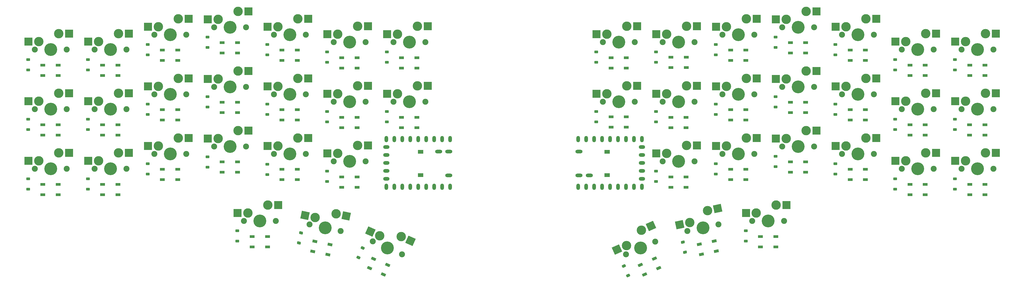
<source format=gbs>
%TF.GenerationSoftware,KiCad,Pcbnew,9.0.0*%
%TF.CreationDate,2025-03-16T07:02:03-06:00*%
%TF.ProjectId,travyboard,74726176-7962-46f6-9172-642e6b696361,rev?*%
%TF.SameCoordinates,Original*%
%TF.FileFunction,Soldermask,Bot*%
%TF.FilePolarity,Negative*%
%FSLAX46Y46*%
G04 Gerber Fmt 4.6, Leading zero omitted, Abs format (unit mm)*
G04 Created by KiCad (PCBNEW 9.0.0) date 2025-03-16 07:02:03*
%MOMM*%
%LPD*%
G01*
G04 APERTURE LIST*
G04 Aperture macros list*
%AMRoundRect*
0 Rectangle with rounded corners*
0 $1 Rounding radius*
0 $2 $3 $4 $5 $6 $7 $8 $9 X,Y pos of 4 corners*
0 Add a 4 corners polygon primitive as box body*
4,1,4,$2,$3,$4,$5,$6,$7,$8,$9,$2,$3,0*
0 Add four circle primitives for the rounded corners*
1,1,$1+$1,$2,$3*
1,1,$1+$1,$4,$5*
1,1,$1+$1,$6,$7*
1,1,$1+$1,$8,$9*
0 Add four rect primitives between the rounded corners*
20,1,$1+$1,$2,$3,$4,$5,0*
20,1,$1+$1,$4,$5,$6,$7,0*
20,1,$1+$1,$6,$7,$8,$9,0*
20,1,$1+$1,$8,$9,$2,$3,0*%
%AMRotRect*
0 Rectangle, with rotation*
0 The origin of the aperture is its center*
0 $1 length*
0 $2 width*
0 $3 Rotation angle, in degrees counterclockwise*
0 Add horizontal line*
21,1,$1,$2,0,0,$3*%
G04 Aperture macros list end*
%ADD10C,1.900000*%
%ADD11C,3.000000*%
%ADD12C,4.100000*%
%ADD13R,2.550000X2.500000*%
%ADD14RotRect,2.550000X2.500000X168.061000*%
%ADD15RotRect,2.550000X2.500000X203.880000*%
%ADD16O,1.200000X2.000000*%
%ADD17O,2.000000X1.200000*%
%ADD18RotRect,2.550000X2.500000X191.940000*%
%ADD19RotRect,2.550000X2.500000X156.121000*%
%ADD20RoundRect,0.225000X-0.375000X0.225000X-0.375000X-0.225000X0.375000X-0.225000X0.375000X0.225000X0*%
%ADD21RoundRect,0.225000X-0.413436X0.142549X-0.320337X-0.297715X0.413436X-0.142549X0.320337X0.297715X0*%
%ADD22R,1.500000X0.900000*%
%ADD23O,2.300000X1.150000*%
%ADD24R,1.700000X1.150000*%
%ADD25RoundRect,0.225000X-0.251813X0.357547X-0.433983X-0.053931X0.251813X-0.357547X0.433983X0.053931X0*%
%ADD26RotRect,1.500000X0.900000X156.120000*%
%ADD27RoundRect,0.225000X-0.320337X0.297715X-0.413436X-0.142549X0.320337X-0.297715X0.413436X0.142549X0*%
%ADD28RotRect,1.500000X0.900000X203.880000*%
%ADD29RotRect,1.500000X0.900000X191.940000*%
%ADD30RotRect,1.500000X0.900000X168.060000*%
%ADD31RoundRect,0.225000X-0.433983X0.053931X-0.251813X-0.357547X0.433983X-0.053931X0.251813X0.357547X0*%
G04 APERTURE END LIST*
D10*
%TO.C,SW32*%
X313913111Y-54738799D03*
D11*
X315183111Y-52198799D03*
D12*
X318993111Y-54738799D03*
D11*
X321533111Y-49658799D03*
D10*
X324073111Y-54738799D03*
D13*
X311908111Y-52198799D03*
X324835111Y-49658799D03*
%TD*%
D10*
%TO.C,SW28*%
X237713047Y-52357799D03*
D11*
X238983047Y-49817799D03*
D12*
X242793047Y-52357799D03*
D11*
X245333047Y-47277799D03*
D10*
X247873047Y-52357799D03*
D13*
X235708047Y-49817799D03*
X248635047Y-47277799D03*
%TD*%
D10*
%TO.C,SW17*%
X113823766Y-69029601D03*
D11*
X115093766Y-66489601D03*
D12*
X118903766Y-69029601D03*
D11*
X121443766Y-63949601D03*
D10*
X123983766Y-69029601D03*
D13*
X111818766Y-66489601D03*
X124745766Y-63949601D03*
%TD*%
D10*
%TO.C,SW26*%
X313913111Y-35688783D03*
D11*
X315183111Y-33148783D03*
D12*
X318993111Y-35688783D03*
D11*
X321533111Y-30608783D03*
D10*
X324073111Y-35688783D03*
D13*
X311908111Y-33148783D03*
X324835111Y-30608783D03*
%TD*%
D10*
%TO.C,SW20*%
X125193573Y-91605930D03*
D11*
X126961551Y-89383602D03*
D12*
X130163684Y-92656833D03*
D11*
X133699640Y-88212172D03*
D10*
X135133795Y-93707736D03*
D14*
X123757394Y-88706102D03*
X136930213Y-88895257D03*
%TD*%
D10*
%TO.C,SW40*%
X266288095Y-90457815D03*
D11*
X267558095Y-87917815D03*
D12*
X271368095Y-90457815D03*
D11*
X273908095Y-85377815D03*
D10*
X276448095Y-90457815D03*
D13*
X264283095Y-87917815D03*
X277210095Y-85377815D03*
%TD*%
D10*
%TO.C,SW1*%
X37623734Y-35692073D03*
D11*
X38893734Y-33152073D03*
D12*
X42703734Y-35692073D03*
D11*
X45243734Y-30612073D03*
D10*
X47783734Y-35692073D03*
D13*
X35618734Y-33152073D03*
X48545734Y-30612073D03*
%TD*%
D10*
%TO.C,SW38*%
X313913111Y-73788815D03*
D11*
X315183111Y-71248815D03*
D12*
X318993111Y-73788815D03*
D11*
X321533111Y-68708815D03*
D10*
X324073111Y-73788815D03*
D13*
X311908111Y-71248815D03*
X324835111Y-68708815D03*
%TD*%
D10*
%TO.C,SW2*%
X56673750Y-35692073D03*
D11*
X57943750Y-33152073D03*
D12*
X61753750Y-35692073D03*
D11*
X64293750Y-30612073D03*
D10*
X66833750Y-35692073D03*
D13*
X54668750Y-33152073D03*
X67595750Y-30612073D03*
%TD*%
D10*
%TO.C,SW29*%
X256763079Y-49975799D03*
D11*
X258033079Y-47435799D03*
D12*
X261843079Y-49975799D03*
D11*
X264383079Y-44895799D03*
D10*
X266923079Y-49975799D03*
D13*
X254758079Y-47435799D03*
X267685079Y-44895799D03*
%TD*%
D10*
%TO.C,SW30*%
X275813079Y-47594799D03*
D11*
X277083079Y-45054799D03*
D12*
X280893079Y-47594799D03*
D11*
X283433079Y-42514799D03*
D10*
X285973079Y-47594799D03*
D13*
X273808079Y-45054799D03*
X286735079Y-42514799D03*
%TD*%
D10*
%TO.C,SW13*%
X37623734Y-73792105D03*
D11*
X38893734Y-71252105D03*
D12*
X42703734Y-73792105D03*
D11*
X45243734Y-68712105D03*
D10*
X47783734Y-73792105D03*
D13*
X35618734Y-71252105D03*
X48545734Y-68712105D03*
%TD*%
D10*
%TO.C,SW39*%
X332963127Y-73788815D03*
D11*
X334233127Y-71248815D03*
D12*
X338043127Y-73788815D03*
D11*
X340583127Y-68708815D03*
D10*
X343123127Y-73788815D03*
D13*
X330958127Y-71248815D03*
X343885127Y-68708815D03*
%TD*%
D10*
%TO.C,SW42*%
X226057181Y-101158861D03*
D11*
X226190214Y-98322172D03*
D12*
X230702309Y-99102363D03*
D11*
X230968375Y-93428986D03*
D10*
X235347437Y-97045865D03*
D15*
X223195569Y-99647966D03*
X233987709Y-92092262D03*
%TD*%
D10*
%TO.C,SW15*%
X75723766Y-69029601D03*
D11*
X76993766Y-66489601D03*
D12*
X80803766Y-69029601D03*
D11*
X83343766Y-63949601D03*
D10*
X85883766Y-69029601D03*
D13*
X73718766Y-66489601D03*
X86645766Y-63949601D03*
%TD*%
D10*
%TO.C,SW46*%
X151923766Y-52360585D03*
D11*
X153193766Y-49820585D03*
D12*
X157003766Y-52360585D03*
D11*
X159543766Y-47280585D03*
D10*
X162083766Y-52360585D03*
D13*
X149918766Y-49820585D03*
X162845766Y-47280585D03*
%TD*%
D10*
%TO.C,SW37*%
X294863095Y-69025815D03*
D11*
X296133095Y-66485815D03*
D12*
X299943095Y-69025815D03*
D11*
X302483095Y-63945815D03*
D10*
X305023095Y-69025815D03*
D13*
X292858095Y-66485815D03*
X305785095Y-63945815D03*
%TD*%
D10*
%TO.C,SW19*%
X104298790Y-90460869D03*
D11*
X105568790Y-87920869D03*
D12*
X109378790Y-90460869D03*
D11*
X111918790Y-85380869D03*
D10*
X114458790Y-90460869D03*
D13*
X102293790Y-87920869D03*
X115220790Y-85380869D03*
%TD*%
D10*
%TO.C,SW4*%
X94773750Y-28548073D03*
D11*
X96043750Y-26008073D03*
D12*
X99853750Y-28548073D03*
D11*
X102393750Y-23468073D03*
D10*
X104933750Y-28548073D03*
D13*
X92768750Y-26008073D03*
X105695750Y-23468073D03*
%TD*%
D10*
%TO.C,SW31*%
X294863095Y-49975799D03*
D11*
X296133095Y-47435799D03*
D12*
X299943095Y-49975799D03*
D11*
X302483095Y-44895799D03*
D10*
X305023095Y-49975799D03*
D13*
X292858095Y-47435799D03*
X305785095Y-44895799D03*
%TD*%
D16*
%TO.C,U2*%
X210794950Y-64337798D03*
X213334950Y-64337798D03*
X215874950Y-64337798D03*
X218414950Y-64337798D03*
X215874950Y-79577798D03*
X220954950Y-64337798D03*
X223494950Y-64337798D03*
X210794950Y-79577798D03*
X226034950Y-64337798D03*
X228574950Y-64337798D03*
X231114950Y-64337798D03*
D17*
X231114950Y-66877798D03*
X231114950Y-69417798D03*
X231114950Y-71957798D03*
X231114950Y-74497798D03*
X231114950Y-77037798D03*
D16*
X231114950Y-79577798D03*
X228574950Y-79577798D03*
X226034950Y-79577798D03*
X223494950Y-79577798D03*
X220954950Y-79577798D03*
X218414950Y-79577798D03*
X213334950Y-79577798D03*
%TD*%
D10*
%TO.C,SW6*%
X132873750Y-33310073D03*
D11*
X134143750Y-30770073D03*
D12*
X137953750Y-33310073D03*
D11*
X140493750Y-28230073D03*
D10*
X143033750Y-33310073D03*
D13*
X130868750Y-30770073D03*
X143795750Y-28230073D03*
%TD*%
D10*
%TO.C,SW5*%
X113823750Y-30929073D03*
D11*
X115093750Y-28389073D03*
D12*
X118903750Y-30929073D03*
D11*
X121443750Y-25849073D03*
D10*
X123983750Y-30929073D03*
D13*
X111818750Y-28389073D03*
X124745750Y-25849073D03*
%TD*%
D10*
%TO.C,SW9*%
X75723766Y-49979585D03*
D11*
X76993766Y-47439585D03*
D12*
X80803766Y-49979585D03*
D11*
X83343766Y-44899585D03*
D10*
X85883766Y-49979585D03*
D13*
X73718766Y-47439585D03*
X86645766Y-44899585D03*
%TD*%
D10*
%TO.C,SW16*%
X94773766Y-66648601D03*
D11*
X96043766Y-64108601D03*
D12*
X99853766Y-66648601D03*
D11*
X102393766Y-61568601D03*
D10*
X104933766Y-66648601D03*
D13*
X92768766Y-64108601D03*
X105695766Y-61568601D03*
%TD*%
D10*
%TO.C,SW35*%
X256763063Y-69025815D03*
D11*
X258033063Y-66485815D03*
D12*
X261843063Y-69025815D03*
D11*
X264383063Y-63945815D03*
D10*
X266923063Y-69025815D03*
D13*
X254758063Y-66485815D03*
X267685063Y-63945815D03*
%TD*%
D10*
%TO.C,SW7*%
X37623734Y-54742089D03*
D11*
X38893734Y-52202089D03*
D12*
X42703734Y-54742089D03*
D11*
X45243734Y-49662089D03*
D10*
X47783734Y-54742089D03*
D13*
X35618734Y-52202089D03*
X48545734Y-49662089D03*
%TD*%
D10*
%TO.C,SW12*%
X132873766Y-52360585D03*
D11*
X134143766Y-49820585D03*
D12*
X137953766Y-52360585D03*
D11*
X140493766Y-47280585D03*
D10*
X143033766Y-52360585D03*
D13*
X130868766Y-49820585D03*
X143795766Y-47280585D03*
%TD*%
D10*
%TO.C,SW34*%
X237713047Y-71407815D03*
D11*
X238983047Y-68867815D03*
D12*
X242793047Y-71407815D03*
D11*
X245333047Y-66327815D03*
D10*
X247873047Y-71407815D03*
D13*
X235708047Y-68867815D03*
X248635047Y-66327815D03*
%TD*%
D10*
%TO.C,SW25*%
X294863095Y-30925783D03*
D11*
X296133095Y-28385783D03*
D12*
X299943095Y-30925783D03*
D11*
X302483095Y-25845783D03*
D10*
X305023095Y-30925783D03*
D13*
X292858095Y-28385783D03*
X305785095Y-25845783D03*
%TD*%
D10*
%TO.C,SW41*%
X245613108Y-93704766D03*
D11*
X246330138Y-90956973D03*
D12*
X250583201Y-92653779D03*
D11*
X252017260Y-87158192D03*
D10*
X255553294Y-91602792D03*
D18*
X243125993Y-91634529D03*
X255247821Y-86475050D03*
%TD*%
D10*
%TO.C,SW49*%
X218663047Y-33307783D03*
D11*
X219933047Y-30767783D03*
D12*
X223743047Y-33307783D03*
D11*
X226283047Y-28227783D03*
D10*
X228823047Y-33307783D03*
D13*
X216658047Y-30767783D03*
X229585047Y-28227783D03*
%TD*%
D16*
%TO.C,U1*%
X169966490Y-79548026D03*
X167426490Y-79548026D03*
X164886490Y-79548026D03*
X162346490Y-79548026D03*
X164886490Y-64308026D03*
X159806490Y-79548026D03*
X157266490Y-79548026D03*
X169966490Y-64308026D03*
X154726490Y-79548026D03*
X152186490Y-79548026D03*
X149646490Y-79548026D03*
D17*
X149646490Y-77008026D03*
X149646490Y-74468026D03*
X149646490Y-71928026D03*
X149646490Y-69388026D03*
X149646490Y-66848026D03*
D16*
X149646490Y-64308026D03*
X152186490Y-64308026D03*
X154726490Y-64308026D03*
X157266490Y-64308026D03*
X159806490Y-64308026D03*
X162346490Y-64308026D03*
X167426490Y-64308026D03*
%TD*%
D10*
%TO.C,SW33*%
X332963127Y-54738799D03*
D11*
X334233127Y-52198799D03*
D12*
X338043127Y-54738799D03*
D11*
X340583127Y-49658799D03*
D10*
X343123127Y-54738799D03*
D13*
X330958127Y-52198799D03*
X343885127Y-49658799D03*
%TD*%
D10*
%TO.C,SW21*%
X145380237Y-97019022D03*
D11*
X147569736Y-95210544D03*
D12*
X150025401Y-99075439D03*
D11*
X154404400Y-95458483D03*
D10*
X154670565Y-101131856D03*
D19*
X144575069Y-93884803D03*
X157423757Y-96795154D03*
%TD*%
D10*
%TO.C,SW50*%
X218663047Y-52357799D03*
D11*
X219933047Y-49817799D03*
D12*
X223743047Y-52357799D03*
D11*
X226283047Y-47277799D03*
D10*
X228823047Y-52357799D03*
D13*
X216658047Y-49817799D03*
X229585047Y-47277799D03*
%TD*%
D10*
%TO.C,SW14*%
X56673750Y-73792105D03*
D11*
X57943750Y-71252105D03*
D12*
X61753750Y-73792105D03*
D11*
X64293750Y-68712105D03*
D10*
X66833750Y-73792105D03*
D13*
X54668750Y-71252105D03*
X67595750Y-68712105D03*
%TD*%
D10*
%TO.C,SW24*%
X275813079Y-28544783D03*
D11*
X277083079Y-26004783D03*
D12*
X280893079Y-28544783D03*
D11*
X283433079Y-23464783D03*
D10*
X285973079Y-28544783D03*
D13*
X273808079Y-26004783D03*
X286735079Y-23464783D03*
%TD*%
D10*
%TO.C,SW11*%
X113823766Y-49979585D03*
D11*
X115093766Y-47439585D03*
D12*
X118903766Y-49979585D03*
D11*
X121443766Y-44899585D03*
D10*
X123983766Y-49979585D03*
D13*
X111818766Y-47439585D03*
X124745766Y-44899585D03*
%TD*%
D10*
%TO.C,SW18*%
X132873766Y-71410601D03*
D11*
X134143766Y-68870601D03*
D12*
X137953766Y-71410601D03*
D11*
X140493766Y-66330601D03*
D10*
X143033766Y-71410601D03*
D13*
X130868766Y-68870601D03*
X143795766Y-66330601D03*
%TD*%
D10*
%TO.C,SW23*%
X256763063Y-30925783D03*
D11*
X258033063Y-28385783D03*
D12*
X261843063Y-30925783D03*
D11*
X264383063Y-25845783D03*
D10*
X266923063Y-30925783D03*
D13*
X254758063Y-28385783D03*
X267685063Y-25845783D03*
%TD*%
D10*
%TO.C,SW10*%
X94773766Y-47598585D03*
D11*
X96043766Y-45058585D03*
D12*
X99853766Y-47598585D03*
D11*
X102393766Y-42518585D03*
D10*
X104933766Y-47598585D03*
D13*
X92768766Y-45058585D03*
X105695766Y-42518585D03*
%TD*%
D10*
%TO.C,SW45*%
X151923750Y-33310073D03*
D11*
X153193750Y-30770073D03*
D12*
X157003750Y-33310073D03*
D11*
X159543750Y-28230073D03*
D10*
X162083750Y-33310073D03*
D13*
X149918750Y-30770073D03*
X162845750Y-28230073D03*
%TD*%
D10*
%TO.C,SW3*%
X75723750Y-30929073D03*
D11*
X76993750Y-28389073D03*
D12*
X80803750Y-30929073D03*
D11*
X83343750Y-25849073D03*
D10*
X85883750Y-30929073D03*
D13*
X73718750Y-28389073D03*
X86645750Y-25849073D03*
%TD*%
D10*
%TO.C,SW36*%
X275813079Y-66644815D03*
D11*
X277083079Y-64104815D03*
D12*
X280893079Y-66644815D03*
D11*
X283433079Y-61564815D03*
D10*
X285973079Y-66644815D03*
D13*
X273808079Y-64104815D03*
X286735079Y-61564815D03*
%TD*%
D10*
%TO.C,SW22*%
X237713047Y-33307783D03*
D11*
X238983047Y-30767783D03*
D12*
X242793047Y-33307783D03*
D11*
X245333047Y-28227783D03*
D10*
X247873047Y-33307783D03*
D13*
X235708047Y-30767783D03*
X248635047Y-28227783D03*
%TD*%
D10*
%TO.C,SW8*%
X56673750Y-54742089D03*
D11*
X57943750Y-52202089D03*
D12*
X61753750Y-54742089D03*
D11*
X64293750Y-49662089D03*
D10*
X66833750Y-54742089D03*
D13*
X54668750Y-52202089D03*
X67595750Y-49662089D03*
%TD*%
D10*
%TO.C,SW27*%
X332963127Y-35688783D03*
D11*
X334233127Y-33148783D03*
D12*
X338043127Y-35688783D03*
D11*
X340583127Y-30608783D03*
D10*
X343123127Y-35688783D03*
D13*
X330958127Y-33148783D03*
X343885127Y-30608783D03*
%TD*%
D20*
%TO.C,D26*%
X254673133Y-53156301D03*
X254673133Y-56456301D03*
%TD*%
D21*
%TO.C,D41*%
X244172287Y-97242581D03*
X244855015Y-100471185D03*
%TD*%
D22*
%TO.C,D84*%
X264266889Y-35892224D03*
X264266889Y-39192224D03*
X259366889Y-39192224D03*
X259366889Y-35892224D03*
%TD*%
D20*
%TO.C,D10*%
X92683839Y-50778340D03*
X92683839Y-54078340D03*
%TD*%
D22*
%TO.C,D85*%
X340466953Y-40654728D03*
X340466953Y-43954728D03*
X335566953Y-43954728D03*
X335566953Y-40654728D03*
%TD*%
D23*
%TO.C,J1*%
X169588734Y-75921823D03*
D24*
X160638734Y-68396823D03*
D23*
X166338734Y-68321823D03*
D24*
X160638734Y-75846823D03*
D23*
X169588734Y-68321823D03*
%TD*%
D25*
%TO.C,D39*%
X142142074Y-99090955D03*
X140806160Y-102108459D03*
%TD*%
D20*
%TO.C,D33*%
X273723149Y-69825065D03*
X273723149Y-73125065D03*
%TD*%
D22*
%TO.C,D76*%
X340398205Y-59704744D03*
X340398205Y-63004744D03*
X335498205Y-63004744D03*
X335498205Y-59704744D03*
%TD*%
D20*
%TO.C,D27*%
X273723149Y-50775049D03*
X273723149Y-54075049D03*
%TD*%
D22*
%TO.C,D55*%
X64177563Y-59708035D03*
X64177563Y-63008035D03*
X59277563Y-63008035D03*
X59277563Y-59708035D03*
%TD*%
D20*
%TO.C,D37*%
X102208847Y-93640876D03*
X102208847Y-96940876D03*
%TD*%
%TO.C,D2*%
X54583807Y-38872080D03*
X54583807Y-42172080D03*
%TD*%
D22*
%TO.C,D73*%
X302366921Y-35892224D03*
X302366921Y-39192224D03*
X297466921Y-39192224D03*
X297466921Y-35892224D03*
%TD*%
D20*
%TO.C,D31*%
X235623117Y-74587569D03*
X235623117Y-77887569D03*
%TD*%
%TO.C,D19*%
X235623117Y-36487537D03*
X235623117Y-39787537D03*
%TD*%
D22*
%TO.C,D48*%
X140377627Y-76376799D03*
X140377627Y-79676799D03*
X135477627Y-79676799D03*
X135477627Y-76376799D03*
%TD*%
%TO.C,D88*%
X302366921Y-54942240D03*
X302366921Y-58242240D03*
X297466921Y-58242240D03*
X297466921Y-54942240D03*
%TD*%
D20*
%TO.C,D1*%
X35533791Y-38872080D03*
X35533791Y-42172080D03*
%TD*%
D22*
%TO.C,D51*%
X83227579Y-73995547D03*
X83227579Y-77295547D03*
X78327579Y-77295547D03*
X78327579Y-73995547D03*
%TD*%
D20*
%TO.C,D45*%
X149833887Y-55540843D03*
X149833887Y-58840843D03*
%TD*%
D22*
%TO.C,D75*%
X283316905Y-71611004D03*
X283316905Y-74911004D03*
X278416905Y-74911004D03*
X278416905Y-71611004D03*
%TD*%
%TO.C,D67*%
X45127547Y-40722401D03*
X45127547Y-44022401D03*
X40227547Y-44022401D03*
X40227547Y-40722401D03*
%TD*%
%TO.C,D80*%
X273791897Y-95423524D03*
X273791897Y-98723524D03*
X268891897Y-98723524D03*
X268891897Y-95423524D03*
%TD*%
%TO.C,D69*%
X264266889Y-73992256D03*
X264266889Y-77292256D03*
X259366889Y-77292256D03*
X259366889Y-73992256D03*
%TD*%
%TO.C,D60*%
X159427643Y-57326782D03*
X159427643Y-60626782D03*
X154527643Y-60626782D03*
X154527643Y-57326782D03*
%TD*%
D26*
%TO.C,D43*%
X150122896Y-104535470D03*
X148786982Y-107552974D03*
X144306444Y-105569344D03*
X145642358Y-102551840D03*
%TD*%
D20*
%TO.C,D23*%
X311823181Y-38868789D03*
X311823181Y-42168789D03*
%TD*%
D22*
%TO.C,D62*%
X140377627Y-38276767D03*
X140377627Y-41576767D03*
X135477627Y-41576767D03*
X135477627Y-38276767D03*
%TD*%
D20*
%TO.C,D44*%
X149833887Y-36490828D03*
X149833887Y-39790828D03*
%TD*%
D27*
%TO.C,D38*%
X122489008Y-94296754D03*
X121806280Y-97525358D03*
%TD*%
D20*
%TO.C,D6*%
X130783871Y-36490828D03*
X130783871Y-39790828D03*
%TD*%
D22*
%TO.C,D81*%
X302366921Y-73992256D03*
X302366921Y-77292256D03*
X297466921Y-77292256D03*
X297466921Y-73992256D03*
%TD*%
%TO.C,D53*%
X45127547Y-78758051D03*
X45127547Y-82058051D03*
X40227547Y-82058051D03*
X40227547Y-78758051D03*
%TD*%
%TO.C,D66*%
X64177563Y-40658019D03*
X64177563Y-43958019D03*
X59277563Y-43958019D03*
X59277563Y-40658019D03*
%TD*%
%TO.C,D89*%
X226166857Y-57187553D03*
X226166857Y-60487553D03*
X221266857Y-60487553D03*
X221266857Y-57187553D03*
%TD*%
%TO.C,D63*%
X121327611Y-35895515D03*
X121327611Y-39195515D03*
X116427611Y-39195515D03*
X116427611Y-35895515D03*
%TD*%
D20*
%TO.C,D15*%
X73633823Y-72209608D03*
X73633823Y-75509608D03*
%TD*%
%TO.C,D20*%
X254673133Y-34106285D03*
X254673133Y-37406285D03*
%TD*%
%TO.C,D16*%
X92683839Y-69964295D03*
X92683839Y-73264295D03*
%TD*%
%TO.C,D25*%
X235623117Y-55537553D03*
X235623117Y-58837553D03*
%TD*%
%TO.C,D5*%
X111733855Y-34109576D03*
X111733855Y-37409576D03*
%TD*%
D22*
%TO.C,D87*%
X321416937Y-78754760D03*
X321416937Y-82054760D03*
X316516937Y-82054760D03*
X316516937Y-78754760D03*
%TD*%
D20*
%TO.C,D3*%
X73633823Y-34109576D03*
X73633823Y-37409576D03*
%TD*%
%TO.C,D22*%
X292773165Y-34106285D03*
X292773165Y-37406285D03*
%TD*%
%TO.C,D9*%
X73633823Y-53159592D03*
X73633823Y-56459592D03*
%TD*%
D22*
%TO.C,D56*%
X83227579Y-54945531D03*
X83227579Y-58245531D03*
X78327579Y-58245531D03*
X78327579Y-54945531D03*
%TD*%
D20*
%TO.C,D24*%
X330873197Y-38868789D03*
X330873197Y-42168789D03*
%TD*%
%TO.C,D18*%
X130783871Y-74590860D03*
X130783871Y-77890860D03*
%TD*%
D22*
%TO.C,D71*%
X283316905Y-52560988D03*
X283316905Y-55860988D03*
X278416905Y-55860988D03*
X278416905Y-52560988D03*
%TD*%
D28*
%TO.C,D68*%
X235093874Y-102528751D03*
X236429788Y-105546257D03*
X231949250Y-107529889D03*
X230613336Y-104512383D03*
%TD*%
D20*
%TO.C,D21*%
X273723149Y-31725033D03*
X273723149Y-35025033D03*
%TD*%
D29*
%TO.C,D74*%
X254183513Y-96927541D03*
X254866241Y-100156145D03*
X250072253Y-101169893D03*
X249389525Y-97941289D03*
%TD*%
D22*
%TO.C,D58*%
X121327611Y-54945531D03*
X121327611Y-58245531D03*
X116427611Y-58245531D03*
X116427611Y-54945531D03*
%TD*%
%TO.C,D49*%
X121327611Y-73995547D03*
X121327611Y-77295547D03*
X116427611Y-77295547D03*
X116427611Y-73995547D03*
%TD*%
%TO.C,D83*%
X245216873Y-57323492D03*
X245216873Y-60623492D03*
X240316873Y-60623492D03*
X240316873Y-57323492D03*
%TD*%
D20*
%TO.C,D13*%
X35533791Y-76972112D03*
X35533791Y-80272112D03*
%TD*%
D22*
%TO.C,D47*%
X111802603Y-95426815D03*
X111802603Y-98726815D03*
X106902603Y-98726815D03*
X106902603Y-95426815D03*
%TD*%
D20*
%TO.C,D91*%
X216573117Y-36487537D03*
X216573117Y-39787537D03*
%TD*%
%TO.C,D42*%
X264198141Y-93637585D03*
X264198141Y-96937585D03*
%TD*%
D22*
%TO.C,D57*%
X102277595Y-52564279D03*
X102277595Y-55864279D03*
X97377595Y-55864279D03*
X97377595Y-52564279D03*
%TD*%
%TO.C,D72*%
X226166857Y-38273476D03*
X226166857Y-41573476D03*
X221266857Y-41573476D03*
X221266857Y-38273476D03*
%TD*%
D20*
%TO.C,D12*%
X130783871Y-55540844D03*
X130783871Y-58840844D03*
%TD*%
%TO.C,D7*%
X35533791Y-57922096D03*
X35533791Y-61222096D03*
%TD*%
D23*
%TO.C,J2*%
X211093734Y-68322298D03*
D24*
X220043734Y-75847298D03*
D23*
X214343734Y-75922298D03*
D24*
X220043734Y-68397298D03*
D23*
X211093734Y-75922298D03*
%TD*%
D22*
%TO.C,D52*%
X64177563Y-78758051D03*
X64177563Y-82058051D03*
X59277563Y-82058051D03*
X59277563Y-78758051D03*
%TD*%
%TO.C,D90*%
X283316905Y-33510972D03*
X283316905Y-36810972D03*
X278416905Y-36810972D03*
X278416905Y-33510972D03*
%TD*%
D20*
%TO.C,D34*%
X292773165Y-72206317D03*
X292773165Y-75506317D03*
%TD*%
%TO.C,D11*%
X111733855Y-53159592D03*
X111733855Y-56459592D03*
%TD*%
D30*
%TO.C,D46*%
X131694168Y-98023349D03*
X131011440Y-101251953D03*
X126217452Y-100238205D03*
X126900180Y-97009601D03*
%TD*%
D22*
%TO.C,D79*%
X321416937Y-40654728D03*
X321416937Y-43954728D03*
X316516937Y-43954728D03*
X316516937Y-40654728D03*
%TD*%
%TO.C,D77*%
X264266889Y-54942240D03*
X264266889Y-58242240D03*
X259366889Y-58242240D03*
X259366889Y-54942240D03*
%TD*%
%TO.C,D50*%
X102277595Y-71614295D03*
X102277595Y-74914295D03*
X97377595Y-74914295D03*
X97377595Y-71614295D03*
%TD*%
%TO.C,D65*%
X83227579Y-35895515D03*
X83227579Y-39195515D03*
X78327579Y-39195515D03*
X78327579Y-35895515D03*
%TD*%
%TO.C,D59*%
X140377627Y-57326783D03*
X140377627Y-60626783D03*
X135477627Y-60626783D03*
X135477627Y-57326783D03*
%TD*%
D20*
%TO.C,D32*%
X254673133Y-72206317D03*
X254673133Y-75506317D03*
%TD*%
%TO.C,D4*%
X92683839Y-31728324D03*
X92683839Y-35028324D03*
%TD*%
D31*
%TO.C,D40*%
X225390662Y-104854136D03*
X226726576Y-107871640D03*
%TD*%
D20*
%TO.C,D29*%
X311823181Y-57918805D03*
X311823181Y-61218805D03*
%TD*%
D22*
%TO.C,D64*%
X102277595Y-33514263D03*
X102277595Y-36814263D03*
X97377595Y-36814263D03*
X97377595Y-33514263D03*
%TD*%
%TO.C,D61*%
X159427643Y-38276767D03*
X159427643Y-41576767D03*
X154527643Y-41576767D03*
X154527643Y-38276767D03*
%TD*%
D20*
%TO.C,D30*%
X330873197Y-57918805D03*
X330873197Y-61218805D03*
%TD*%
%TO.C,D14*%
X54583807Y-76972112D03*
X54583807Y-80272112D03*
%TD*%
D22*
%TO.C,D70*%
X340466953Y-78754760D03*
X340466953Y-82054760D03*
X335566953Y-82054760D03*
X335566953Y-78754760D03*
%TD*%
%TO.C,D54*%
X45127547Y-59708035D03*
X45127547Y-63008035D03*
X40227547Y-63008035D03*
X40227547Y-59708035D03*
%TD*%
D20*
%TO.C,D35*%
X311823181Y-76968821D03*
X311823181Y-80268821D03*
%TD*%
D22*
%TO.C,D86*%
X245216873Y-76373508D03*
X245216873Y-79673508D03*
X240316873Y-79673508D03*
X240316873Y-76373508D03*
%TD*%
%TO.C,D82*%
X321416937Y-59704744D03*
X321416937Y-63004744D03*
X316516937Y-63004744D03*
X316516937Y-59704744D03*
%TD*%
D20*
%TO.C,D8*%
X54583807Y-57922096D03*
X54583807Y-61222096D03*
%TD*%
%TO.C,D36*%
X330873197Y-76968821D03*
X330873197Y-80268821D03*
%TD*%
%TO.C,D92*%
X216573117Y-55537553D03*
X216573117Y-58837553D03*
%TD*%
%TO.C,D28*%
X292773165Y-53156301D03*
X292773165Y-56456301D03*
%TD*%
D22*
%TO.C,D78*%
X245285621Y-38137537D03*
X245285621Y-41437537D03*
X240385621Y-41437537D03*
X240385621Y-38137537D03*
%TD*%
D20*
%TO.C,D17*%
X111733855Y-72345547D03*
X111733855Y-75645547D03*
%TD*%
M02*

</source>
